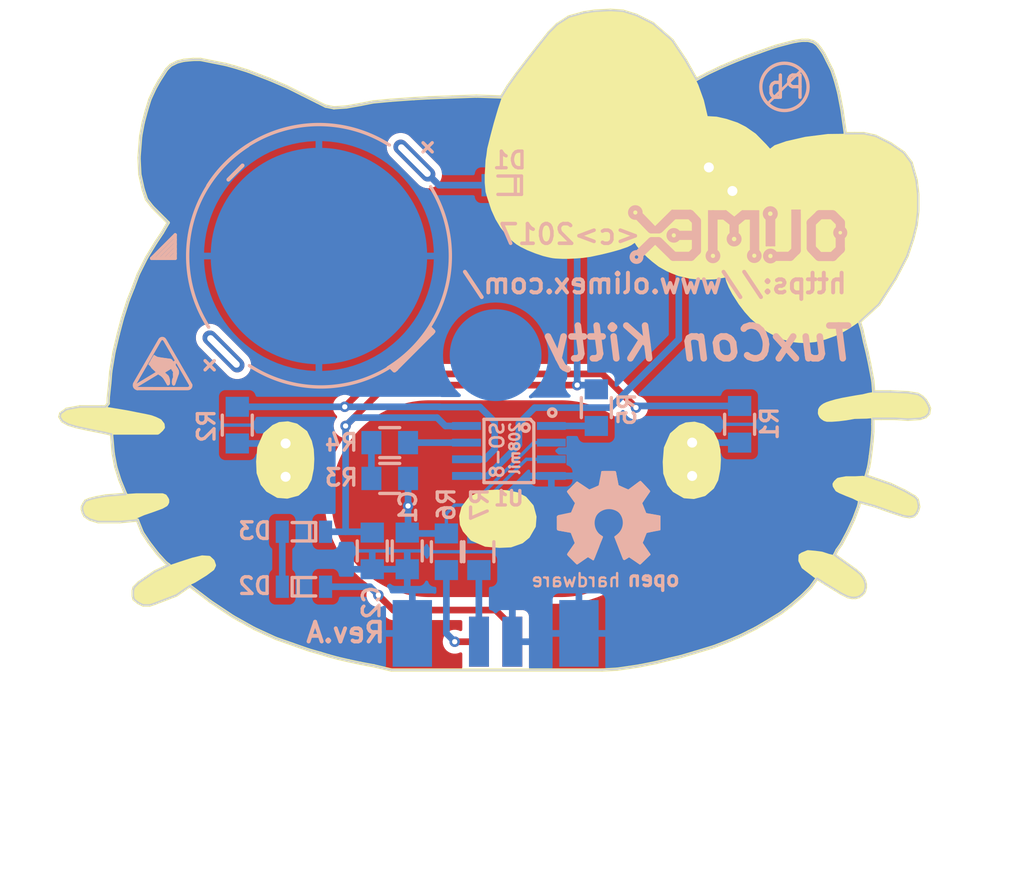
<source format=kicad_pcb>
(kicad_pcb (version 20221018) (generator pcbnew)
  (layers (0 "F.Cu" signal) (31 "B.Cu" signal) (34 "B.Paste" user) (35 "F.Paste" user) (36 "B.SilkS" user "B.Silkscreen") (37 "F.SilkS" user "F.Silkscreen") (38 "B.Mask" user) (39 "F.Mask" user) (44 "Edge.Cuts" user))
  (net 0 "")
  (net 1 "Net-(BAT1-Pad1)")
  (net 2 "GND")
  (net 3 "Net-(BUZ1-Pad1)")
  (net 4 "Net-(C1-Pad1)")
  (net 5 "Net-(C2-Pad1)")
  (net 6 "Net-(D2-Pad1)")
  (net 7 "Net-(D2-Pad2)")
  (net 8 "Net-(LED1-Pad2)")
  (net 9 "Net-(LED2-Pad2)")
  (net 10 "Net-(R1-Pad1)")
  (net 11 "Net-(R3-Pad1)")
  (net 12 "Net-(R4-Pad1)")
  (net 13 "Net-(R5-Pad1)")
  (net 14 "Net-(R6-Pad2)")
  (net 15 "Net-(R7-Pad1)")
  (net 16 "Net-(R7-Pad2)")
  (footprint "OLIMEX_Other-FP:MIC" (layer "F.Cu") (at 142.3035 48.514 -45)
    (fp_text reference "BUZ1" hide)
    (fp_text value "Buzzer_PB1240")
  )
  (footprint "OLIMEX_LEDs-FP:LED-3mm-PTH-KA" (layer "F.Cu") (at 141.478 68.5165 90)
    (fp_text reference "LED1" hide)
    (fp_text value "blue")
  )
  (footprint "OLIMEX_LEDs-FP:LED-3mm-PTH-KA" (layer "F.Cu") (at 110.49 68.58 90)
    (fp_text reference "LED2" hide)
    (fp_text value "blue")
  )
  (footprint "OLIMEX_Connectors-FP:USB-B-EDGE" (layer "F.Cu") (at 126.5 84.328)
    (fp_text reference "USB1" hide)
    (fp_text value "USB_B")
  )
  (footprint "OLIMEX_TestPoints-FP:TP_SMD_10.00x8.00mm" (layer "F.Cu") (at 126.14 71.52)
    (fp_text reference "TESTPAD1" hide)
    (fp_text value "TESTPAD" hide)
  )
  (footprint "OLIMEX_Connectors-FP:CR2032H_PTH" (layer "B.Cu") (at 113.03 53.0225 135)
    (fp_text reference "BAT1" hide)
    (fp_text value "Battery")
  )
  (footprint "OLIMEX_RLC-FP:C_1206_5MIL_DWS" (layer "B.Cu") (at 119.761 75.5015 -90)
    (fp_text reference "C1")
    (fp_text value "12pF")
  )
  (footprint "OLIMEX_RLC-FP:C_1206_5MIL_DWS" (layer "B.Cu") (at 117.094 75.5015 -90)
    (fp_text reference "C2")
    (fp_text value "C_Small")
  )
  (footprint "OLIMEX_Diodes-FP:SOD80C-4148-KA" (layer "B.Cu") (at 127.5715 47.625 180)
    (fp_text reference "D1")
    (fp_text value "1N4148" hide)
  )
  (footprint "OLIMEX_Diodes-FP:SOD80C-4148-KA" (layer "B.Cu") (at 111.887 78.232)
    (fp_text reference "D2")
    (fp_text value "1N4148" hide)
  )
  (footprint "OLIMEX_Diodes-FP:SOD80C-4148-KA" (layer "B.Cu") (at 111.887 74.041 180)
    (fp_text reference "D3")
    (fp_text value "1N4148" hide)
  )
  (footprint "OLIMEX_RLC-FP:R_1206_5MIL_DWS" (layer "B.Cu") (at 145.0975 65.8495 -90)
    (fp_text reference "R1")
    (fp_text value "1K")
  )
  (footprint "OLIMEX_RLC-FP:R_1206_5MIL_DWS" (layer "B.Cu") (at 106.807 65.913 -90)
    (fp_text reference "R2")
    (fp_text value "1K")
  )
  (footprint "OLIMEX_RLC-FP:R_1206_5MIL_DWS" (layer "B.Cu") (at 118.4275 69.977)
    (fp_text reference "R3")
    (fp_text value "1M")
  )
  (footprint "OLIMEX_RLC-FP:R_1206_5MIL_DWS" (layer "B.Cu") (at 118.4275 67.2465 180)
    (fp_text reference "R4")
    (fp_text value "1M")
  )
  (footprint "OLIMEX_RLC-FP:R_1206_5MIL_DWS" (layer "B.Cu") (at 134.1755 64.5795 90)
    (fp_text reference "R5")
    (fp_text value "10K")
  )
  (footprint "OLIMEX_RLC-FP:R_1206_5MIL_DWS" (layer "B.Cu") (at 122.7455 75.565 -90)
    (fp_text reference "R6")
    (fp_text value "22R")
  )
  (footprint "OLIMEX_RLC-FP:R_1206_5MIL_DWS" (layer "B.Cu") (at 125.222 75.565 -90)
    (fp_text reference "R7")
    (fp_text value "22R")
  )
  (footprint "OLIMEX_IC-FP:SO-8_208mil" (layer "B.Cu") (at 127.5115 67.8815 -90)
    (fp_text reference "U1")
    (fp_text value "ATTINY85-20PU")
  )
  (footprint "OLIMEX_TestPoints-FP:TP_SMD_10.00x8.00mm" (layer "B.Cu") (at 126.4285 60.579)
    (fp_text reference "TESTPAD1" hide)
    (fp_text value "TESTPAD" hide)
  )
  (footprint "OLIMEX_LOGOs-FP:OLIMEX_LOGO_TB" (layer "B.Cu") (at 144.78 51.3715 180)
    (fp_text reference "" hide)
    (fp_text value "" hide)
  )
  (footprint "OLIMEX_LOGOs-FP:LOGO_ANTISTATIC_SMALL_4.5mmX2.8mm" (layer "B.Cu") (at 101.092 61.214 180)
    (fp_text reference "Ref**")
    (fp_text value "Val**")
  )
  (footprint "OLIMEX_LOGOs-FP:LOGO_OPENHARDWARE_8x8" (layer "B.Cu") (at 135.128 73.4695 180)
    (fp_text reference "" hide)
    (fp_text value "" hide)
  )
  (footprint "OLIMEX_LOGOs-FP:LOGO_PBFREE" (layer "B.Cu") (at 148.717 39.8145)
    (fp_text reference "")
    (fp_text value "")
  )
  (gr_line (start 115.1255 41.656) (end 114.173 41.7195) (stroke (width 0.254)) (layer "F.SilkS"))
  (gr_line (start 155.8925 65.405) (end 156.972 65.405) (stroke (width 0.254)) (layer "F.SilkS"))
  (gr_line (start 100.5205 79.502) (end 102.1715 78.867) (stroke (width 0.254)) (layer "F.SilkS"))
  (gr_line (start 95.5675 71.5645) (end 95.25 71.6915) (stroke (width 0.254)) (layer "F.SilkS"))
  (gr_line (start 159.258 64.008) (end 159.4485 64.3255) (stroke (width 0.254)) (layer "F.SilkS"))
  (gr_line (start 103.1875 78.1685) (end 104.775 79.375) (stroke (width 0.254)) (layer "F.SilkS"))
  (gr_line (start 157.861 53.0225) (end 158.3055 51.689) (stroke (width 0.254)) (layer "F.SilkS"))
  (gr_line (start 112.903 41.275) (end 111.76 40.7035) (stroke (width 0.254)) (layer "F.SilkS"))
  (gr_line (start 159.004 63.754) (end 159.258 64.008) (stroke (width 0.254)) (layer "F.SilkS"))
  (gr_line (start 129.794 36.957) (end 128.905 38.1) (stroke (width 0.254)) (layer "F.SilkS"))
  (gr_line (start 134.62 84.582) (end 135.763 84.5185) (stroke (width 0.254)) (layer "F.SilkS"))
  (gr_line (start 128.0795 39.1795) (end 127.4445 40.0685) (stroke (width 0.254)) (layer "F.SilkS"))
  (gr_line (start 155.2575 65.8495) (end 155.2575 65.405) (stroke (width 0.254)) (layer "F.SilkS"))
  (gr_line (start 153.3525 78.994) (end 153.67 79.0575) (stroke (width 0.254)) (layer "F.SilkS"))
  (gr_line (start 153.3525 74.041) (end 153.797 73.0885) (stroke (width 0.254)) (layer "F.SilkS"))
  (gr_line (start 158.877 65.405) (end 159.258 65.278) (stroke (width 0.254)) (layer "F.SilkS"))
  (gr_line (start 154.559 43.688) (end 153.8605 43.688) (stroke (width 0.254)) (layer "F.SilkS"))
  (gr_line (start 159.5755 64.643) (end 159.512 65.024) (stroke (width 0.254)) (layer "F.SilkS"))
  (gr_line (start 98.298 71.1835) (end 96.774 71.3105) (stroke (width 0.254)) (layer "F.SilkS"))
  (gr_line (start 113.792 83.5025) (end 114.4905 83.693) (stroke (width 0.254)) (layer "F.SilkS"))
  (gr_line (start 152.146 38.862) (end 151.765 38.1) (stroke (width 0.254)) (layer "F.SilkS"))
  (gr_line (start 101.092 51.2445) (end 100.584 52.0065) (stroke (width 0.254)) (layer "F.SilkS"))
  (gr_line (start 155.0035 68.707) (end 155.067 68.2625) (stroke (width 0.254)) (layer "F.SilkS"))
  (gr_line (start 155.3845 72.0725) (end 156.6545 72.517) (stroke (width 0.254)) (layer "F.SilkS"))
  (gr_line (start 158.1785 45.9105) (end 157.607 45.1485) (stroke (width 0.254)) (layer "F.SilkS"))
  (gr_line (start 121.412 40.9575) (end 120.269 41.021) (stroke (width 0.254)) (layer "F.SilkS"))
  (gr_line (start 105.918 38.4175) (end 104.9655 38.227) (stroke (width 0.254)) (layer "F.SilkS"))
  (gr_line (start 101.6 76.581) (end 100.5205 77.089) (stroke (width 0.254)) (layer "F.SilkS"))
  (gr_line (start 96.7105 66.4845) (end 97.2185 66.6115) (stroke (width 0.254)) (layer "F.SilkS"))
  (gr_line (start 93.472 65.5955) (end 93.9165 65.8495) (stroke (width 0.254)) (layer "F.SilkS"))
  (gr_line (start 97.2185 66.6115) (end 97.3455 68.072) (stroke (width 0.254)) (layer "F.SilkS"))
  (gr_line (start 151.765 38.1) (end 151.511 37.592) (stroke (width 0.254)) (layer "F.SilkS"))
  (gr_line (start 154.2415 71.755) (end 155.3845 72.0725) (stroke (width 0.254)) (layer "F.SilkS"))
  (gr_line (start 134.0485 34.3535) (end 133.223 34.4805) (stroke (width 0.254)) (layer "F.SilkS"))
  (gr_line (start 101.4095 38.7985) (end 100.838 39.6875) (stroke (width 0.254)) (layer "F.SilkS"))
  (gr_line (start 116.205 84.074) (end 117.221 84.2645) (stroke (width 0.254)) (layer "F.SilkS"))
  (gr_line (start 101.727 38.481) (end 101.4095 38.7985) (stroke (width 0.254)) (layer "F.SilkS"))
  (gr_line (start 154.6225 77.7875) (end 154.4955 77.5335) (stroke (width 0.254)) (layer "F.SilkS"))
  (gr_line (start 153.924 79.0575) (end 154.178 78.994) (stroke (width 0.254)) (layer "F.SilkS"))
  (gr_line (start 97.8535 73.279) (end 99.187 73.152) (stroke (width 0.254)) (layer "F.SilkS"))
  (gr_line (start 101.5365 50.4825) (end 101.092 51.2445) (stroke (width 0.254)) (layer "F.SilkS"))
  (gr_line (start 97.3455 68.072) (end 97.536 69.088) (stroke (width 0.254)) (layer "F.SilkS"))
  (gr_line (start 149.86 78.9305) (end 150.495 78.2955) (stroke (width 0.254)) (layer "F.SilkS"))
  (gr_line (start 114.4905 83.693) (end 115.316 83.8835) (stroke (width 0.254)) (layer "F.SilkS"))
  (gr_line (start 145.161 81.9785) (end 145.796 81.661) (stroke (width 0.254)) (layer "F.SilkS"))
  (gr_line (start 136.652 84.3915) (end 137.4775 84.2645) (stroke (width 0.254)) (layer "F.SilkS"))
  (gr_line (start 98.933 79.1845) (end 98.8695 78.9305) (stroke (width 0.254)) (layer "F.SilkS"))
  (gr_line (start 94.8055 64.516) (end 93.7895 64.7065) (stroke (width 0.254)) (layer "F.SilkS"))
  (gr_line (start 117.1575 41.275) (end 116.205 41.4655) (stroke (width 0.254)) (layer "F.SilkS"))
  (gr_line (start 106.6165 38.608) (end 105.918 38.4175) (stroke (width 0.254)) (layer "F.SilkS"))
  (gr_line (start 152.527 75.438) (end 152.8445 74.9935) (stroke (width 0.254)) (layer "F.SilkS"))
  (gr_line (start 152.654 40.5765) (end 152.4 39.624) (stroke (width 0.254)) (layer "F.SilkS"))
  (gr_line (start 153.67 79.0575) (end 153.924 79.0575) (stroke (width 0.254)) (layer "F.SilkS"))
  (gr_line (start 99.8855 41.91) (end 99.6315 42.8625) (stroke (width 0.254)) (layer "F.SilkS"))
  (gr_line (start 158.6865 72.39) (end 158.5595 72.644) (stroke (width 0.254)) (layer "F.SilkS"))
  (gr_line (start 112.268 83.058) (end 113.157 83.312) (stroke (width 0.254)) (layer "F.SilkS"))
  (gr_line (start 150.114 36.576) (end 149.86 36.576) (stroke (width 0.254)) (layer "F.SilkS"))
  (gr_line (start 150.3045 36.576) (end 150.114 36.576) (stroke (width 0.254)) (layer "F.SilkS"))
  (gr_line (start 156.591 70.4215) (end 154.7495 69.7865) (stroke (width 0.254)) (layer "F.SilkS"))
  (gr_line (start 144.5895 38.227) (end 143.7005 38.608) (stroke (width 0.254)) (layer "F.SilkS"))
  (gr_line (start 154.2415 58.039) (end 155.702 56.7055) (stroke (width 0.254)) (layer "F.SilkS"))
  (gr_line (start 96.2025 73.279) (end 97.8535 73.279) (stroke (width 0.254)) (layer "F.SilkS"))
  (gr_line (start 143.7005 38.608) (end 142.621 39.116) (stroke (width 0.254)) (layer "F.SilkS"))
  (gr_line (start 95.0595 72.5805) (end 95.1865 72.8345) (stroke (width 0.254)) (layer "F.SilkS"))
  (gr_line (start 154.686 78.2955) (end 154.686 78.0415) (stroke (width 0.254)) (layer "F.SilkS"))
  (gr_line (start 152.3365 75.819) (end 152.527 75.438) (stroke (width 0.254)) (layer "F.SilkS"))
  (gr_line (start 113.157 83.312) (end 113.792 83.5025) (stroke (width 0.254)) (layer "F.SilkS"))
  (gr_line (start 154.432 58.674) (end 154.2415 58.039) (stroke (width 0.254)) (layer "F.SilkS"))
  (gr_line (start 118.5545 84.582) (end 134.62 84.582) (stroke (width 0.254)) (layer "F.SilkS"))
  (gr_line (start 127.4445 40.0685) (end 126.9365 40.894) (stroke (width 0.254)) (layer "F.SilkS"))
  (gr_line (start 158.623 71.5645) (end 158.6865 71.755) (stroke (width 0.254)) (layer "F.SilkS"))
  (gr_line (start 140.97 38.1) (end 139.954 36.576) (stroke (width 0.254)) (layer "F.SilkS"))
  (gr_line (start 138.4935 35.306) (end 137.2235 34.671) (stroke (width 0.254)) (layer "F.SilkS"))
  (gr_line (start 111.76 40.7035) (end 110.617 40.132) (stroke (width 0.254)) (layer "F.SilkS"))
  (gr_line (start 144.272 82.3595) (end 145.161 81.9785) (stroke (width 0.254)) (layer "F.SilkS"))
  (gr_line (start 103.4415 38.0365) (end 102.743 38.1) (stroke (width 0.254)) (layer "F.SilkS"))
  (gr_line (start 100.1395 41.0845) (end 99.8855 41.91) (stroke (width 0.254)) (layer "F.SilkS"))
  (gr_line (start 110.998 82.6135) (end 112.268 83.058) (stroke (width 0.254)) (layer "F.SilkS"))
  (gr_line (start 99.2505 79.4385) (end 99.6315 79.629) (stroke (width 0.254)) (layer "F.SilkS"))
  (gr_line (start 154.6225 78.5495) (end 154.686 78.2955) (stroke (width 0.254)) (layer "F.SilkS"))
  (gr_line (start 147.066 80.9625) (end 148.209 80.264) (stroke (width 0.254)) (layer "F.SilkS"))
  (gr_line (start 151.003 36.8935) (end 150.749 36.703) (stroke (width 0.254)) (layer "F.SilkS"))
  (gr_line (start 104.9655 38.227) (end 104.013 38.0365) (stroke (width 0.254)) (layer "F.SilkS"))
  (gr_line (start 151.511 37.592) (end 151.257 37.211) (stroke (width 0.254)) (layer "F.SilkS"))
  (gr_line (start 158.6865 48.3235) (end 158.5595 47.244) (stroke (width 0.254)) (layer "F.SilkS"))
  (gr_line (start 155.2575 62.5475) (end 155.0035 61.214) (stroke (width 0.254)) (layer "F.SilkS"))
  (gr_line (start 99.314 77.9145) (end 98.933 78.2955) (stroke (width 0.254)) (layer "F.SilkS"))
  (gr_line (start 100.838 39.6875) (end 100.5205 40.259) (stroke (width 0.254)) (layer "F.SilkS"))
  (gr_line (start 147.32 37.211) (end 146.6215 37.465) (stroke (width 0.254)) (layer "F.SilkS"))
  (gr_line (start 154.559 78.6765) (end 154.6225 78.5495) (stroke (width 0.254)) (layer "F.SilkS"))
  (gr_line (start 153.797 73.0885) (end 154.178 72.0725) (stroke (width 0.254)) (layer "F.SilkS"))
  (gr_line (start 133.223 34.4805) (end 132.08 34.798) (stroke (width 0.254)) (layer "F.SilkS"))
  (gr_line (start 158.6865 63.5635) (end 157.9245 63.4365) (stroke (width 0.254)) (layer "F.SilkS"))
  (gr_line (start 154.3685 78.867) (end 154.559 78.6765) (stroke (width 0.254)) (layer "F.SilkS"))
  (gr_line (start 102.8065 78.4225) (end 103.1875 78.1685) (stroke (width 0.254)) (layer "F.SilkS"))
  (gr_line (start 100.5205 77.089) (end 99.314 77.9145) (stroke (width 0.254)) (layer "F.SilkS"))
  (gr_line (start 154.813 60.325) (end 154.6225 59.563) (stroke (width 0.254)) (layer "F.SilkS"))
  (gr_line (start 98.4885 56.388) (end 98.044 57.785) (stroke (width 0.254)) (layer "F.SilkS"))
  (gr_line (start 154.6225 59.563) (end 154.432 58.674) (stroke (width 0.254)) (layer "F.SilkS"))
  (gr_line (start 139.7635 83.7565) (end 140.589 83.566) (stroke (width 0.254)) (layer "F.SilkS"))
  (gr_line (start 107.6325 38.9255) (end 106.6165 38.608) (stroke (width 0.254)) (layer "F.SilkS"))
  (gr_line (start 99.8855 53.1495) (end 99.2505 54.4195) (stroke (width 0.254)) (layer "F.SilkS"))
  (gr_line (start 93.2815 65.278) (end 93.472 65.5955) (stroke (width 0.254)) (layer "F.SilkS"))
  (gr_line (start 106.4895 80.518) (end 108.077 81.407) (stroke (width 0.254)) (layer "F.SilkS"))
  (gr_line (start 154.305 77.2795) (end 153.924 76.962) (stroke (width 0.254)) (layer "F.SilkS"))
  (gr_line (start 114.173 41.7195) (end 113.538 41.5925) (stroke (width 0.254)) (layer "F.SilkS"))
  (gr_line (start 94.996 72.3265) (end 95.0595 72.5805) (stroke (width 0.254)) (layer "F.SilkS"))
  (gr_line (start 158.5595 50.673) (end 158.3055 51.689) (stroke (width 0.254)) (layer "F.SilkS"))
  (gr_line (start 156.591 63.373) (end 155.321 63.373) (stroke (width 0.254)) (layer "F.SilkS"))
  (gr_line (start 93.345 65.024) (end 93.2815 65.278) (stroke (width 0.254)) (layer "F.SilkS"))
  (gr_line (start 96.9645 64.262) (end 96.774 64.516) (stroke (width 0.254)) (layer "F.SilkS"))
  (gr_line (start 140.589 83.566) (end 141.6685 83.2485) (stroke (width 0.254)) (layer "F.SilkS"))
  (gr_line (start 154.7495 69.7865) (end 154.94 69.088) (stroke (width 0.254)) (layer "F.SilkS"))
  (gr_line (start 101.346 76.3905) (end 101.6 76.581) (stroke (width 0.254)) (layer "F.SilkS"))
  (gr_line (start 95.4405 66.2305) (end 96.7105 66.4845) (stroke (width 0.254)) (layer "F.SilkS"))
  (gr_line (start 104.013 38.0365) (end 103.4415 38.0365) (stroke (width 0.254)) (layer "F.SilkS"))
  (gr_line (start 155.0035 61.214) (end 154.813 60.325) (stroke (width 0.254)) (layer "F.SilkS"))
  (gr_line (start 155.1305 67.7545) (end 155.194 67.183) (stroke (width 0.254)) (layer "F.SilkS"))
  (gr_line (start 155.2575 65.405) (end 155.8925 65.405) (stroke (width 0.254)) (layer "F.SilkS"))
  (gr_line (start 97.8535 70.104) (end 98.298 71.1835) (stroke (width 0.254)) (layer "F.SilkS"))
  (gr_line (start 97.536 69.088) (end 97.8535 70.104) (stroke (width 0.254)) (layer "F.SilkS"))
  (gr_line (start 130.556 36.0045) (end 129.794 36.957) (stroke (width 0.254)) (layer "F.SilkS"))
  (gr_line (start 99.441 43.8785) (end 99.314 45.5295) (stroke (width 0.254)) (layer "F.SilkS"))
  (gr_line (start 145.542 37.846) (end 144.5895 38.227) (stroke (width 0.254)) (layer "F.SilkS"))
  (gr_line (start 157.6705 70.9295) (end 156.591 70.4215) (stroke (width 0.254)) (layer "F.SilkS"))
  (gr_line (start 159.512 65.024) (end 159.258 65.278) (stroke (width 0.254)) (layer "F.SilkS"))
  (gr_line (start 126.9365 40.894) (end 125.0315 40.8305) (stroke (width 0.254)) (layer "F.SilkS"))
  (gr_line (start 154.94 69.088) (end 155.0035 68.707) (stroke (width 0.254)) (layer "F.SilkS"))
  (gr_line (start 99.187 73.152) (end 99.568 74.1045) (stroke (width 0.254)) (layer "F.SilkS"))
  (gr_line (start 94.996 72.136) (end 94.996 72.3265) (stroke (width 0.254)) (layer "F.SilkS"))
  (gr_line (start 95.25 71.6915) (end 95.123 71.882) (stroke (width 0.254)) (layer "F.SilkS"))
  (gr_line (start 108.077 81.407) (end 109.728 82.169) (stroke (width 0.254)) (layer "F.SilkS"))
  (gr_line (start 96.0755 71.4375) (end 95.5675 71.5645) (stroke (width 0.254)) (layer "F.SilkS"))
  (gr_line (start 113.538 41.5925) (end 112.903 41.275) (stroke (width 0.254)) (layer "F.SilkS"))
  (gr_line (start 139.954 36.576) (end 138.4935 35.306) (stroke (width 0.254)) (layer "F.SilkS"))
  (gr_line (start 150.5585 36.6395) (end 150.3045 36.576) (stroke (width 0.254)) (layer "F.SilkS"))
  (gr_line (start 158.75 72.136) (end 158.6865 72.39) (stroke (width 0.254)) (layer "F.SilkS"))
  (gr_line (start 158.6865 63.5635) (end 159.004 63.754) (stroke (width 0.254)) (layer "F.SilkS"))
  (gr_line (start 116.205 41.4655) (end 115.1255 41.656) (stroke (width 0.254)) (layer "F.SilkS"))
  (gr_line (start 158.369 72.8345) (end 158.0515 72.898) (stroke (width 0.254)) (layer "F.SilkS"))
  (gr_line (start 158.5595 72.644) (end 158.369 72.8345) (stroke (width 0.254)) (layer "F.SilkS"))
  (gr_line (start 100.584 52.0065) (end 99.8855 53.1495) (stroke (width 0.254)) (layer "F.SilkS"))
  (gr_line (start 131.191 35.3695) (end 130.556 36.0045) (stroke (width 0.254)) (layer "F.SilkS"))
  (gr_line (start 123.19 40.894) (end 121.412 40.9575) (stroke (width 0.254)) (layer "F.SilkS"))
  (gr_line (start 96.774 64.516) (end 96.4565 64.516) (stroke (width 0.254)) (layer "F.SilkS"))
  (gr_line (start 99.314 45.5295) (end 99.3775 46.7995) (stroke (width 0.254)) (layer "F.SilkS"))
  (gr_line (start 142.621 39.116) (end 141.7955 39.5605) (stroke (width 0.254)) (layer "F.SilkS"))
  (gr_line (start 120.269 41.021) (end 118.491 41.148) (stroke (width 0.254)) (layer "F.SilkS"))
  (gr_line (start 109.2835 39.5605) (end 107.6325 38.9255) (stroke (width 0.254)) (layer "F.SilkS"))
  (gr_line (start 136.2075 34.3535) (end 135.255 34.29) (stroke (width 0.254)) (layer "F.SilkS"))
  (gr_line (start 137.4775 84.2645) (end 138.7475 84.0105) (stroke (width 0.254)) (layer "F.SilkS"))
  (gr_line (start 143.129 82.804) (end 144.272 82.3595) (stroke (width 0.254)) (layer "F.SilkS"))
  (gr_line (start 94.5515 66.04) (end 95.4405 66.2305) (stroke (width 0.254)) (layer "F.SilkS"))
  (gr_line (start 155.067 68.2625) (end 155.1305 67.7545) (stroke (width 0.254)) (layer "F.SilkS"))
  (gr_line (start 158.623 71.5645) (end 158.4325 71.374) (stroke (width 0.254)) (layer "F.SilkS"))
  (gr_line (start 141.6685 83.2485) (end 143.129 82.804) (stroke (width 0.254)) (layer "F.SilkS"))
  (gr_line (start 102.1715 78.867) (end 102.8065 78.4225) (stroke (width 0.254)) (layer "F.SilkS"))
  (gr_line (start 99.6315 42.8625) (end 99.441 43.8785) (stroke (width 0.254)) (layer "F.SilkS"))
  (gr_line (start 96.9645 63.881) (end 96.9645 64.262) (stroke (width 0.254)) (layer "F.SilkS"))
  (gr_line (start 158.6865 49.5935) (end 158.5595 50.673) (stroke (width 0.254)) (layer "F.SilkS"))
  (gr_line (start 96.4565 64.516) (end 94.8055 64.516) (stroke (width 0.254)) (layer "F.SilkS"))
  (gr_line (start 146.304 81.407) (end 147.066 80.9625) (stroke (width 0.254)) (layer "F.SilkS"))
  (gr_line (start 155.2575 66.421) (end 155.2575 65.8495) (stroke (width 0.254)) (layer "F.SilkS"))
  (gr_line (start 118.491 41.148) (end 117.1575 41.275) (stroke (width 0.254)) (layer "F.SilkS"))
  (gr_line (start 132.08 34.798) (end 131.191 35.3695) (stroke (width 0.254)) (layer "F.SilkS"))
  (gr_line (start 110.617 40.132) (end 109.2835 39.5605) (stroke (width 0.254)) (layer "F.SilkS"))
  (gr_line (start 149.86 36.576) (end 149.4155 36.6395) (stroke (width 0.254)) (layer "F.SilkS"))
  (gr_line (start 97.155 61.849) (end 97.0915 62.6745) (stroke (width 0.254)) (layer "F.SilkS"))
  (gr_line (start 151.003 77.597) (end 151.7015 78.0415) (stroke (width 0.254)) (layer "F.SilkS"))
  (gr_line (start 152.8445 78.74) (end 153.3525 78.994) (stroke (width 0.254)) (layer "F.SilkS"))
  (gr_line (start 151.257 37.211) (end 151.003 36.8935) (stroke (width 0.254)) (layer "F.SilkS"))
  (gr_line (start 152.3365 78.4225) (end 152.8445 78.74) (stroke (width 0.254)) (layer "F.SilkS"))
  (gr_line (start 157.607 72.8345) (end 158.0515 72.898) (stroke (width 0.254)) (layer "F.SilkS"))
  (gr_line (start 147.8915 37.0205) (end 147.32 37.211) (stroke (width 0.254)) (layer "F.SilkS"))
  (gr_line (start 97.7265 58.9915) (end 97.409 60.325) (stroke (width 0.254)) (layer "F.SilkS"))
  (gr_line (start 158.6865 71.755) (end 158.75 72.136) (stroke (width 0.254)) (layer "F.SilkS"))
  (gr_line (start 153.924 76.962) (end 152.3365 75.819) (stroke (width 0.254)) (layer "F.SilkS"))
  (gr_line (start 128.905 38.1) (end 128.0795 39.1795) (stroke (width 0.254)) (layer "F.SilkS"))
  (gr_line (start 98.044 57.785) (end 97.7265 58.9915) (stroke (width 0.254)) (layer "F.SilkS"))
  (gr_line (start 135.763 84.5185) (end 136.652 84.3915) (stroke (width 0.254)) (layer "F.SilkS"))
  (gr_line (start 99.3775 46.7995) (end 99.6315 47.9425) (stroke (width 0.254)) (layer "F.SilkS"))
  (gr_line (start 155.448 43.8785) (end 154.559 43.688) (stroke (width 0.254)) (layer "F.SilkS"))
  (gr_line (start 146.6215 37.465) (end 145.542 37.846) (stroke (width 0.254)) (layer "F.SilkS"))
  (gr_line (start 117.221 84.2645) (end 118.5545 84.582) (stroke (width 0.254)) (layer "F.SilkS"))
  (gr_line (start 154.178 78.994) (end 154.3685 78.867) (stroke (width 0.254)) (layer "F.SilkS"))
  (gr_line (start 95.123 71.882) (end 94.996 72.136) (stroke (width 0.254)) (layer "F.SilkS"))
  (gr_line (start 159.4485 64.3255) (end 159.5755 64.643) (stroke (width 0.254)) (layer "F.SilkS"))
  (gr_line (start 97.0915 62.6745) (end 96.9645 63.881) (stroke (width 0.254)) (layer "F.SilkS"))
  (gr_line (start 158.5595 47.244) (end 158.1785 45.9105) (stroke (width 0.254)) (layer "F.SilkS"))
  (gr_line (start 135.255 34.29) (end 134.0485 34.3535) (stroke (width 0.254)) (layer "F.SilkS"))
  (gr_line (start 150.495 78.2955) (end 151.003 77.597) (stroke (width 0.254)) (layer "F.SilkS"))
  (gr_line (start 156.972 65.405) (end 157.9245 65.4685) (stroke (width 0.254)) (layer "F.SilkS"))
  (gr_line (start 148.209 80.264) (end 148.971 79.6925) (stroke (width 0.254)) (layer "F.SilkS"))
  (gr_line (start 137.2235 34.671) (end 136.2075 34.3535) (stroke (width 0.254)) (layer "F.SilkS"))
  (gr_line (start 100.5205 40.259) (end 100.1395 41.0845) (stroke (width 0.254)) (layer "F.SilkS"))
  (gr_line (start 158.4325 71.374) (end 157.6705 70.9295) (stroke (width 0.254)) (layer "F.SilkS"))
  (gr_line (start 145.796 81.661) (end 146.304 81.407) (stroke (width 0.254)) (layer "F.SilkS"))
  (gr_line (start 157.9245 65.4685) (end 158.877 65.405) (stroke (width 0.254)) (layer "F.SilkS"))
  (gr_line (start 93.9165 65.8495) (end 94.5515 66.04) (stroke (width 0.254)) (layer "F.SilkS"))
  (gr_line (start 151.7015 78.0415) (end 152.3365 78.4225) (stroke (width 0.254)) (layer "F.SilkS"))
  (gr_line (start 102.235 38.227) (end 101.727 38.481) (stroke (width 0.254)) (layer "F.SilkS"))
  (gr_line (start 154.4955 77.5335) (end 154.305 77.2795) (stroke (width 0.254)) (layer "F.SilkS"))
  (gr_line (start 101.2825 50.2285) (end 101.5365 50.4825) (stroke (width 0.254)) (layer "F.SilkS"))
  (gr_line (start 155.702 56.7055) (end 156.972 54.737) (stroke (width 0.254)) (layer "F.SilkS"))
  (gr_line (start 125.0315 40.8305) (end 123.19 40.894) (stroke (width 0.254)) (layer "F.SilkS"))
  (gr_line (start 157.607 45.1485) (end 156.591 44.45) (stroke (width 0.254)) (layer "F.SilkS"))
  (gr_line (start 95.377 72.9615) (end 95.5675 73.0885) (stroke (width 0.254)) (layer "F.SilkS"))
  (gr_line (start 99.8855 48.7045) (end 100.33 49.276) (stroke (width 0.254)) (layer "F.SilkS"))
  (gr_line (start 99.6315 47.9425) (end 99.8855 48.7045) (stroke (width 0.254)) (layer "F.SilkS"))
  (gr_line (start 115.316 83.8835) (end 116.205 84.074) (stroke (width 0.254)) (layer "F.SilkS"))
  (gr_line (start 153.162 43.688) (end 152.908 41.91) (stroke (width 0.254)) (layer "F.SilkS"))
  (gr_line (start 99.2505 79.4385) (end 98.933 79.1845) (stroke (width 0.254)) (layer "F.SilkS"))
  (gr_line (start 155.321 63.373) (end 155.2575 62.5475) (stroke (width 0.254)) (layer "F.SilkS"))
  (gr_line (start 157.9245 63.4365) (end 156.591 63.373) (stroke (width 0.254)) (layer "F.SilkS"))
  (gr_line (start 149.098 36.703) (end 147.8915 37.0205) (stroke (width 0.254)) (layer "F.SilkS"))
  (gr_line (start 141.7955 39.5605) (end 140.97 38.1) (stroke (width 0.254)) (layer "F.SilkS"))
  (gr_line (start 95.1865 72.8345) (end 95.377 72.9615) (stroke (width 0.254)) (layer "F.SilkS"))
  (gr_line (start 155.194 67.183) (end 155.2575 66.421) (stroke (width 0.254)) (layer "F.SilkS"))
  (gr_line (start 152.908 41.91) (end 152.654 40.5765) (stroke (width 0.254)) (layer "F.SilkS"))
  (gr_line (start 158.6865 48.3235) (end 158.6865 49.5935) (stroke (width 0.254)) (layer "F.SilkS"))
  (gr_line (start 96.774 71.3105) (end 96.0755 71.4375) (stroke (width 0.254)) (layer "F.SilkS"))
  (gr_line (start 109.728 82.169) (end 110.998 82.6135) (stroke (width 0.254)) (layer "F.SilkS"))
  (gr_line (start 156.972 54.737) (end 157.861 53.0225) (stroke (width 0.254)) (layer "F.SilkS"))
  (gr_line (start 104.775 79.375) (end 106.4895 80.518) (stroke (width 0.254)) (layer "F.SilkS"))
  (gr_line (start 98.8695 78.9305) (end 98.8695 78.5495) (stroke (width 0.254)) (layer "F.SilkS"))
  (gr_line (start 152.4 39.624) (end 152.146 38.862) (stroke (width 0.254)) (layer "F.SilkS"))
  (gr_line (start 98.8695 55.4355) (end 98.4885 56.388) (stroke (width 0.254)) (layer "F.SilkS"))
  (gr_line (start 148.971 79.6925) (end 149.86 78.9305) (stroke (width 0.254)) (layer "F.SilkS"))
  (gr_line (start 154.686 78.0415) (end 154.6225 77.7875) (stroke (width 0.254)) (layer "F.SilkS"))
  (gr_line (start 150.749 36.703) (end 150.5585 36.6395) (stroke (width 0.254)) (layer "F.SilkS"))
  (gr_line (start 156.6545 72.517) (end 157.607 72.8345) (stroke (width 0.254)) (layer "F.SilkS"))
  (gr_line (start 99.2505 54.4195) (end 98.8695 55.4355) (stroke (width 0.254)) (layer "F.SilkS"))
  (gr_line (start 100.076 74.8665) (end 100.711 75.692) (stroke (width 0.254)) (layer "F.SilkS"))
  (gr_line (start 138.7475 84.0105) (end 139.7635 83.7565) (stroke (width 0.254)) (layer "F.SilkS"))
  (gr_line (start 99.568 74.1045) (end 100.076 74.8665) (stroke (width 0.254)) (layer "F.SilkS"))
  (gr_line (start 97.409 60.325) (end 97.155 61.849) (stroke (width 0.254)) (layer "F.SilkS"))
  (gr_line (start 149.4155 36.6395) (end 149.098 36.703) (stroke (width 0.254)) (layer "F.SilkS"))
  (gr_line (start 93.7895 64.7065) (end 93.345 65.024) (stroke (width 0.254)) (layer "F.SilkS"))
  (gr_line (start 154.178 72.0725) (end 154.2415 71.755) (stroke (width 0.254)) (layer "F.SilkS"))
  (gr_line (start 100.33 49.276) (end 101.2825 50.2285) (stroke (width 0.254)) (layer "F.SilkS"))
  (gr_line (start 100.1395 79.629) (end 100.5205 79.502) (stroke (width 0.254)) (layer "F.SilkS"))
  (gr_line (start 98.933 78.2955) (end 98.8695 78.5495) (stroke (width 0.254)) (layer "F.SilkS"))
  (gr_line (start 153.8605 43.688) (end 153.162 43.688) (stroke (width 0.254)) (layer "F.SilkS"))
  (gr_line (start 102.743 38.1) (end 102.235 38.227) (stroke (width 0.254)) (layer "F.SilkS"))
  (gr_line (start 152.8445 74.9935) (end 153.3525 74.041) (stroke (width 0.254)) (layer "F.SilkS"))
  (gr_line (start 156.591 44.45) (end 155.448 43.8785) (stroke (width 0.254)) (layer "F.SilkS"))
  (gr_line (start 100.711 75.692) (end 101.346 76.3905) (stroke (width 0.254)) (layer "F.SilkS"))
  (gr_line (start 100.1395 79.629) (end 99.6315 79.629) (stroke (width 0.254)) (layer "F.SilkS"))
  (gr_line (start 95.5675 73.0885) (end 96.2025 73.279) (stroke (width 0.254)) (layer "F.SilkS"))
  (gr_line (start 123.19 40.894) (end 121.412 40.9575) (stroke (width 0.15)) (layer "Edge.Cuts"))
  (gr_line (start 132.08 34.798) (end 131.191 35.3695) (stroke (width 0.15)) (layer "Edge.Cuts"))
  (gr_line (start 152.8445 78.74) (end 153.3525 78.994) (stroke (width 0.15)) (layer "Edge.Cuts"))
  (gr_line (start 95.4405 66.2305) (end 96.7105 66.4845) (stroke (width 0.15)) (layer "Edge.Cuts"))
  (gr_line (start 157.6705 70.9295) (end 156.591 70.4215) (stroke (width 0.15)) (layer "Edge.Cuts"))
  (gr_line (start 125.0315 40.8305) (end 123.19 40.894) (stroke (width 0.15)) (layer "Edge.Cuts"))
  (gr_line (start 111.76 40.7035) (end 110.617 40.132) (stroke (width 0.15)) (layer "Edge.Cuts"))
  (gr_line (start 154.178 72.0725) (end 154.2415 71.755) (stroke (width 0.15)) (layer "Edge.Cuts"))
  (gr_line (start 94.996 72.3265) (end 95.0595 72.5805) (stroke (width 0.15)) (layer "Edge.Cuts"))
  (gr_line (start 110.617 40.132) (end 109.2835 39.5605) (stroke (width 0.15)) (layer "Edge.Cuts"))
  (gr_line (start 159.004 63.754) (end 159.258 64.008) (stroke (width 0.15)) (layer "Edge.Cuts"))
  (gr_line (start 156.972 65.405) (end 157.9245 65.4685) (stroke (width 0.15)) (layer "Edge.Cuts"))
  (gr_line (start 153.8605 43.688) (end 153.162 43.688) (stroke (width 0.15)) (layer "Edge.Cuts"))
  (gr_line (start 95.5675 71.5645) (end 95.25 71.6915) (stroke (width 0.15)) (layer "Edge.Cuts"))
  (gr_line (start 140.97 38.1) (end 139.954 36.576) (stroke (width 0.15)) (layer "Edge.Cuts"))
  (gr_line (start 114.4905 83.693) (end 115.316 83.8835) (stroke (width 0.15)) (layer "Edge.Cuts"))
  (gr_line (start 100.1395 79.629) (end 100.5205 79.502) (stroke (width 0.15)) (layer "Edge.Cuts"))
  (gr_line (start 145.161 81.9785) (end 145.796 81.661) (stroke (width 0.15)) (layer "Edge.Cuts"))
  (gr_line (start 155.2575 65.8495) (end 155.2575 65.405) (stroke (width 0.15)) (layer "Edge.Cuts"))
  (gr_line (start 116.205 84.074) (end 117.221 84.2645) (stroke (width 0.15)) (layer "Edge.Cuts"))
  (gr_line (start 158.6865 72.39) (end 158.5595 72.644) (stroke (width 0.15)) (layer "Edge.Cuts"))
  (gr_line (start 157.861 53.0225) (end 158.3055 51.689) (stroke (width 0.15)) (layer "Edge.Cuts"))
  (gr_line (start 141.6685 83.2485) (end 143.129 82.804) (stroke (width 0.15)) (layer "Edge.Cuts"))
  (gr_line (start 127.4445 40.0685) (end 126.9365 40.894) (stroke (width 0.15)) (layer "Edge.Cuts"))
  (gr_line (start 154.305 77.2795) (end 153.924 76.962) (stroke (width 0.15)) (layer "Edge.Cuts"))
  (gr_line (start 93.7895 64.7065) (end 93.345 65.024) (stroke (width 0.15)) (layer "Edge.Cuts"))
  (gr_line (start 136.2075 34.3535) (end 135.255 34.29) (stroke (width 0.15)) (layer "Edge.Cuts"))
  (gr_line (start 157.9245 65.4685) (end 158.877 65.405) (stroke (width 0.15)) (layer "Edge.Cuts"))
  (gr_line (start 154.6225 59.563) (end 154.432 58.674) (stroke (width 0.15)) (layer "Edge.Cuts"))
  (gr_line (start 96.774 71.3105) (end 96.0755 71.4375) (stroke (width 0.15)) (layer "Edge.Cuts"))
  (gr_line (start 139.7635 83.7565) (end 140.589 83.566) (stroke (width 0.15)) (layer "Edge.Cuts"))
  (gr_line (start 155.321 63.373) (end 155.2575 62.5475) (stroke (width 0.15)) (layer "Edge.Cuts"))
  (gr_line (start 101.4095 38.7985) (end 100.838 39.6875) (stroke (width 0.15)) (layer "Edge.Cuts"))
  (gr_line (start 96.9645 64.262) (end 96.774 64.516) (stroke (width 0.15)) (layer "Edge.Cuts"))
  (gr_line (start 153.924 76.962) (end 152.3365 75.819) (stroke (width 0.15)) (layer "Edge.Cuts"))
  (gr_line (start 145.542 37.846) (end 144.5895 38.227) (stroke (width 0.15)) (layer "Edge.Cuts"))
  (gr_line (start 99.2505 79.4385) (end 99.6315 79.629) (stroke (width 0.15)) (layer "Edge.Cuts"))
  (gr_line (start 115.316 83.8835) (end 116.205 84.074) (stroke (width 0.15)) (layer "Edge.Cuts"))
  (gr_line (start 158.6865 48.3235) (end 158.6865 49.5935) (stroke (width 0.15)) (layer "Edge.Cuts"))
  (gr_line (start 155.3845 72.0725) (end 156.6545 72.517) (stroke (width 0.15)) (layer "Edge.Cuts"))
  (gr_line (start 97.0915 62.6745) (end 96.9645 63.881) (stroke (width 0.15)) (layer "Edge.Cuts"))
  (gr_line (start 99.314 77.9145) (end 98.933 78.2955) (stroke (width 0.15)) (layer "Edge.Cuts"))
  (gr_line (start 157.607 45.1485) (end 156.591 44.45) (stroke (width 0.15)) (layer "Edge.Cuts"))
  (gr_line (start 153.3525 74.041) (end 153.797 73.0885) (stroke (width 0.15)) (layer "Edge.Cuts"))
  (gr_line (start 97.8535 70.104) (end 98.298 71.1835) (stroke (width 0.15)) (layer "Edge.Cuts"))
  (gr_line (start 133.223 34.4805) (end 132.08 34.798) (stroke (width 0.15)) (layer "Edge.Cuts"))
  (gr_line (start 100.33 49.276) (end 101.2825 50.2285) (stroke (width 0.15)) (layer "Edge.Cuts"))
  (gr_line (start 154.559 43.688) (end 153.8605 43.688) (stroke (width 0.15)) (layer "Edge.Cuts"))
  (gr_line (start 158.5595 72.644) (end 158.369 72.8345) (stroke (width 0.15)) (layer "Edge.Cuts"))
  (gr_line (start 114.173 41.7195) (end 113.538 41.5925) (stroke (width 0.15)) (layer "Edge.Cuts"))
  (gr_line (start 158.6865 48.3235) (end 158.5595 47.244) (stroke (width 0.15)) (layer "Edge.Cuts"))
  (gr_line (start 137.4775 84.2645) (end 138.7475 84.0105) (stroke (width 0.15)) (layer "Edge.Cuts"))
  (gr_line (start 155.2575 66.421) (end 155.2575 65.8495) (stroke (width 0.15)) (layer "Edge.Cuts"))
  (gr_line (start 106.4895 80.518) (end 108.077 81.407) (stroke (width 0.15)) (layer "Edge.Cuts"))
  (gr_line (start 153.3525 78.994) (end 153.67 79.0575) (stroke (width 0.15)) (layer "Edge.Cuts"))
  (gr_line (start 97.536 69.088) (end 97.8535 70.104) (stroke (width 0.15)) (layer "Edge.Cuts"))
  (gr_line (start 128.0795 39.1795) (end 127.4445 40.0685) (stroke (width 0.15)) (layer "Edge.Cuts"))
  (gr_line (start 102.1715 78.867) (end 102.8065 78.4225) (stroke (width 0.15)) (layer "Edge.Cuts"))
  (gr_line (start 100.838 39.6875) (end 100.5205 40.259) (stroke (width 0.15)) (layer "Edge.Cuts"))
  (gr_line (start 144.5895 38.227) (end 143.7005 38.608) (stroke (width 0.15)) (layer "Edge.Cuts"))
  (gr_line (start 99.8855 48.7045) (end 100.33 49.276) (stroke (width 0.15)) (layer "Edge.Cuts"))
  (gr_line (start 104.9655 38.227) (end 104.013 38.0365) (stroke (width 0.15)) (layer "Edge.Cuts"))
  (gr_line (start 141.7955 39.5605) (end 140.97 38.1) (stroke (width 0.15)) (layer "Edge.Cuts"))
  (gr_line (start 100.584 52.0065) (end 99.8855 53.1495) (stroke (width 0.15)) (layer "Edge.Cuts"))
  (gr_line (start 159.258 64.008) (end 159.4485 64.3255) (stroke (width 0.15)) (layer "Edge.Cuts"))
  (gr_line (start 100.5205 40.259) (end 100.1395 41.0845) (stroke (width 0.15)) (layer "Edge.Cuts"))
  (gr_line (start 95.377 72.9615) (end 95.5675 73.0885) (stroke (width 0.15)) (layer "Edge.Cuts"))
  (gr_line (start 143.129 82.804) (end 144.272 82.3595) (stroke (width 0.15)) (layer "Edge.Cuts"))
  (gr_line (start 95.0595 72.5805) (end 95.1865 72.8345) (stroke (width 0.15)) (layer "Edge.Cuts"))
  (gr_line (start 155.448 43.8785) (end 154.559 43.688) (stroke (width 0.15)) (layer "Edge.Cuts"))
  (gr_line (start 104.013 38.0365) (end 103.4415 38.0365) (stroke (width 0.15)) (layer "Edge.Cuts"))
  (gr_line (start 113.157 83.312) (end 113.792 83.5025) (stroke (width 0.15)) (layer "Edge.Cuts"))
  (gr_line (start 100.076 74.8665) (end 100.711 75.692) (stroke (width 0.15)) (layer "Edge.Cuts"))
  (gr_line (start 99.6315 42.8625) (end 99.441 43.8785) (stroke (width 0.15)) (layer "Edge.Cuts"))
  (gr_line (start 155.1305 67.7545) (end 155.194 67.183) (stroke (width 0.15)) (layer "Edge.Cuts"))
  (gr_line (start 151.257 37.211) (end 151.003 36.8935) (stroke (width 0.15)) (layer "Edge.Cuts"))
  (gr_line (start 109.728 82.169) (end 110.998 82.6135) (stroke (width 0.15)) (layer "Edge.Cuts"))
  (gr_line (start 154.432 58.674) (end 154.2415 58.039) (stroke (width 0.15)) (layer "Edge.Cuts"))
  (gr_line (start 156.972 54.737) (end 157.861 53.0225) (stroke (width 0.15)) (layer "Edge.Cuts"))
  (gr_line (start 154.178 78.994) (end 154.3685 78.867) (stroke (width 0.15)) (layer "Edge.Cuts"))
  (gr_line (start 135.763 84.5185) (end 136.652 84.3915) (stroke (width 0.15)) (layer "Edge.Cuts"))
  (gr_line (start 150.3045 36.576) (end 150.114 36.576) (stroke (width 0.15)) (layer "Edge.Cuts"))
  (gr_line (start 100.5205 77.089) (end 99.314 77.9145) (stroke (width 0.15)) (layer "Edge.Cuts"))
  (gr_line (start 101.727 38.481) (end 101.4095 38.7985) (stroke (width 0.15)) (layer "Edge.Cuts"))
  (gr_line (start 143.7005 38.608) (end 142.621 39.116) (stroke (width 0.15)) (layer "Edge.Cuts"))
  (gr_line (start 93.345 65.024) (end 93.2815 65.278) (stroke (width 0.15)) (layer "Edge.Cuts"))
  (gr_line (start 148.209 80.264) (end 148.971 79.6925) (stroke (width 0.15)) (layer "Edge.Cuts"))
  (gr_line (start 100.711 75.692) (end 101.346 76.3905) (stroke (width 0.15)) (layer "Edge.Cuts"))
  (gr_line (start 112.268 83.058) (end 113.157 83.312) (stroke (width 0.15)) (layer "Edge.Cuts"))
  (gr_line (start 158.5595 47.244) (end 158.1785 45.9105) (stroke (width 0.15)) (layer "Edge.Cuts"))
  (gr_line (start 152.4 39.624) (end 152.146 38.862) (stroke (width 0.15)) (layer "Edge.Cuts"))
  (gr_line (start 96.0755 71.4375) (end 95.5675 71.5645) (stroke (width 0.15)) (layer "Edge.Cuts"))
  (gr_line (start 99.2505 79.4385) (end 98.933 79.1845) (stroke (width 0.15)) (layer "Edge.Cuts"))
  (gr_line (start 94.8055 64.516) (end 93.7895 64.7065) (stroke (width 0.15)) (layer "Edge.Cuts"))
  (gr_line (start 98.044 57.785) (end 97.7265 58.9915) (stroke (width 0.15)) (layer "Edge.Cuts"))
  (gr_line (start 95.25 71.6915) (end 95.123 71.882) (stroke (width 0.15)) (layer "Edge.Cuts"))
  (gr_line (start 154.2415 58.039) (end 155.702 56.7055) (stroke (width 0.15)) (layer "Edge.Cuts"))
  (gr_line (start 95.5675 73.0885) (end 96.2025 73.279) (stroke (width 0.15)) (layer "Edge.Cuts"))
  (gr_line (start 150.495 78.2955) (end 151.003 77.597) (stroke (width 0.15)) (layer "Edge.Cuts"))
  (gr_line (start 136.652 84.3915) (end 137.4775 84.2645) (stroke (width 0.15)) (layer "Edge.Cuts"))
  (gr_line (start 96.7105 66.4845) (end 97.2185 66.6115) (stroke (width 0.15)) (layer "Edge.Cuts"))
  (gr_line (start 101.5365 50.4825) (end 101.092 51.2445) (stroke (width 0.15)) (layer "Edge.Cuts"))
  (gr_line (start 155.2575 65.405) (end 155.8925 65.405) (stroke (width 0.15)) (layer "Edge.Cuts"))
  (gr_line (start 99.2505 54.4195) (end 98.8695 55.4355) (stroke (width 0.15)) (layer "Edge.Cuts"))
  (gr_line (start 95.1865 72.8345) (end 95.377 72.9615) (stroke (width 0.15)) (layer "Edge.Cuts"))
  (gr_line (start 152.146 38.862) (end 151.765 38.1) (stroke (width 0.15)) (layer "Edge.Cuts"))
  (gr_line (start 97.8535 73.279) (end 99.187 73.152) (stroke (width 0.15)) (layer "Edge.Cuts"))
  (gr_line (start 129.794 36.957) (end 128.905 38.1) (stroke (width 0.15)) (layer "Edge.Cuts"))
  (gr_line (start 95.123 71.882) (end 94.996 72.136) (stroke (width 0.15)) (layer "Edge.Cuts"))
  (gr_line (start 109.2835 39.5605) (end 107.6325 38.9255) (stroke (width 0.15)) (layer "Edge.Cuts"))
  (gr_line (start 151.003 36.8935) (end 150.749 36.703) (stroke (width 0.15)) (layer "Edge.Cuts"))
  (gr_line (start 151.003 77.597) (end 151.7015 78.0415) (stroke (width 0.15)) (layer "Edge.Cuts"))
  (gr_line (start 97.409 60.325) (end 97.155 61.849) (stroke (width 0.15)) (layer "Edge.Cuts"))
  (gr_line (start 135.255 34.29) (end 134.0485 34.3535) (stroke (width 0.15)) (layer "Edge.Cuts"))
  (gr_line (start 99.314 45.5295) (end 99.3775 46.7995) (stroke (width 0.15)) (layer "Edge.Cuts"))
  (gr_line (start 96.9645 63.881) (end 96.9645 64.262) (stroke (width 0.15)) (layer "Edge.Cuts"))
  (gr_line (start 102.8065 78.4225) (end 103.1875 78.1685) (stroke (width 0.15)) (layer "Edge.Cuts"))
  (gr_line (start 97.155 61.849) (end 97.0915 62.6745) (stroke (width 0.15)) (layer "Edge.Cuts"))
  (gr_line (start 93.472 65.5955) (end 93.9165 65.8495) (stroke (width 0.15)) (layer "Edge.Cuts"))
  (gr_line (start 97.7265 58.9915) (end 97.409 60.325) (stroke (width 0.15)) (layer "Edge.Cuts"))
  (gr_line (start 155.0035 61.214) (end 154.813 60.325) (stroke (width 0.15)) (layer "Edge.Cuts"))
  (gr_line (start 154.2415 71.755) (end 155.3845 72.0725) (stroke (width 0.15)) (layer "Edge.Cuts"))
  (gr_line (start 121.412 40.9575) (end 120.269 41.021) (stroke (width 0.15)) (layer "Edge.Cuts"))
  (gr_line (start 115.1255 41.656) (end 114.173 41.7195) (stroke (width 0.15)) (layer "Edge.Cuts"))
  (gr_line (start 93.2815 65.278) (end 93.472 65.5955) (stroke (width 0.15)) (layer "Edge.Cuts"))
  (gr_line (start 155.194 67.183) (end 155.2575 66.421) (stroke (width 0.15)) (layer "Edge.Cuts"))
  (gr_line (start 149.4155 36.6395) (end 149.098 36.703) (stroke (width 0.15)) (layer "Edge.Cuts"))
  (gr_line (start 158.1785 45.9105) (end 157.607 45.1485) (stroke (width 0.15)) (layer "Edge.Cuts"))
  (gr_line (start 159.4485 64.3255) (end 159.5755 64.643) (stroke (width 0.15)) (layer "Edge.Cuts"))
  (gr_line (start 103.4415 38.0365) (end 102.743 38.1) (stroke (width 0.15)) (layer "Edge.Cuts"))
  (gr_line (start 118.491 41.148) (end 117.1575 41.275) (stroke (width 0.15)) (layer "Edge.Cuts"))
  (gr_line (start 158.6865 63.5635) (end 157.9245 63.4365) (stroke (width 0.15)) (layer "Edge.Cuts"))
  (gr_line (start 100.1395 41.0845) (end 99.8855 41.91) (stroke (width 0.15)) (layer "Edge.Cuts"))
  (gr_line (start 158.623 71.5645) (end 158.6865 71.755) (stroke (width 0.15)) (layer "Edge.Cuts"))
  (gr_line (start 137.2235 34.671) (end 136.2075 34.3535) (stroke (width 0.15)) (layer "Edge.Cuts"))
  (gr_line (start 101.092 51.2445) (end 100.584 52.0065) (stroke (width 0.15)) (layer "Edge.Cuts"))
  (gr_line (start 158.6865 49.5935) (end 158.5595 50.673) (stroke (width 0.15)) (layer "Edge.Cuts"))
  (gr_line (start 156.591 63.373) (end 155.321 63.373) (stroke (width 0.15)) (layer "Edge.Cuts"))
  (gr_line (start 99.8855 53.1495) (end 99.2505 54.4195) (stroke (width 0.15)) (layer "Edge.Cuts"))
  (gr_line (start 104.775 79.375) (end 106.4895 80.518) (stroke (width 0.15)) (layer "Edge.Cuts"))
  (gr_line (start 154.686 78.0415) (end 154.6225 77.7875) (stroke (width 0.15)) (layer "Edge.Cuts"))
  (gr_line (start 155.8925 65.405) (end 156.972 65.405) (stroke (width 0.15)) (layer "Edge.Cuts"))
  (gr_line (start 134.62 84.582) (end 135.763 84.5185) (stroke (width 0.15)) (layer "Edge.Cuts"))
  (gr_line (start 154.6225 77.7875) (end 154.4955 77.5335) (stroke (width 0.15)) (layer "Edge.Cuts"))
  (gr_line (start 147.8915 37.0205) (end 147.32 37.211) (stroke (width 0.15)) (layer "Edge.Cuts"))
  (gr_line (start 99.568 74.1045) (end 100.076 74.8665) (stroke (width 0.15)) (layer "Edge.Cuts"))
  (gr_line (start 128.905 38.1) (end 128.0795 39.1795) (stroke (width 0.15)) (layer "Edge.Cuts"))
  (gr_line (start 118.5545 84.582) (end 134.62 84.582) (stroke (width 0.15)) (layer "Edge.Cuts"))
  (gr_line (start 99.3775 46.7995) (end 99.6315 47.9425) (stroke (width 0.15)) (layer "Edge.Cuts"))
  (gr_line (start 158.75 72.136) (end 158.6865 72.39) (stroke (width 0.15)) (layer "Edge.Cuts"))
  (gr_line (start 99.8855 41.91) (end 99.6315 42.8625) (stroke (width 0.15)) (layer "Edge.Cuts"))
  (gr_line (start 156.6545 72.517) (end 157.607 72.8345) (stroke (width 0.15)) (layer "Edge.Cuts"))
  (gr_line (start 101.346 76.3905) (end 101.6 76.581) (stroke (width 0.15)) (layer "Edge.Cuts"))
  (gr_line (start 98.933 78.2955) (end 98.8695 78.5495) (stroke (width 0.15)) (layer "Edge.Cuts"))
  (gr_line (start 158.6865 71.755) (end 158.75 72.136) (stroke (width 0.15)) (layer "Edge.Cuts"))
  (gr_line (start 156.591 44.45) (end 155.448 43.8785) (stroke (width 0.15)) (layer "Edge.Cuts"))
  (gr_line (start 152.908 41.91) (end 152.654 40.5765) (stroke (width 0.15)) (layer "Edge.Cuts"))
  (gr_line (start 142.621 39.116) (end 141.7955 39.5605) (stroke (width 0.15)) (layer "Edge.Cuts"))
  (gr_line (start 155.702 56.7055) (end 156.972 54.737) (stroke (width 0.15)) (layer "Edge.Cuts"))
  (gr_line (start 151.765 38.1) (end 151.511 37.592) (stroke (width 0.15)) (layer "Edge.Cuts"))
  (gr_line (start 154.813 60.325) (end 154.6225 59.563) (stroke (width 0.15)) (layer "Edge.Cuts"))
  (gr_line (start 97.2185 66.6115) (end 97.3455 68.072) (stroke (width 0.15)) (layer "Edge.Cuts"))
  (gr_line (start 152.527 75.438) (end 152.8445 74.9935) (stroke (width 0.15)) (layer "Edge.Cuts"))
  (gr_line (start 147.32 37.211) (end 146.6215 37.465) (stroke (width 0.15)) (layer "Edge.Cuts"))
  (gr_line (start 120.269 41.021) (end 118.491 41.148) (stroke (width 0.15)) (layer "Edge.Cuts"))
  (gr_line (start 153.797 73.0885) (end 154.178 72.0725) (stroke (width 0.15)) (layer "Edge.Cuts"))
  (gr_line (start 159.512 65.024) (end 159.258 65.278) (stroke (width 0.15)) (layer "Edge.Cuts"))
  (gr_line (start 158.877 65.405) (end 159.258 65.278) (stroke (width 0.15)) (layer "Edge.Cuts"))
  (gr_line (start 96.4565 64.516) (end 94.8055 64.516) (stroke (width 0.15)) (layer "Edge.Cuts"))
  (gr_line (start 154.94 69.088) (end 155.0035 68.707) (stroke (width 0.15)) (layer "Edge.Cuts"))
  (gr_line (start 131.191 35.3695) (end 130.556 36.0045) (stroke (width 0.15)) (layer "Edge.Cuts"))
  (gr_line (start 152.3365 78.4225) (end 152.8445 78.74) (stroke (width 0.15)) (layer "Edge.Cuts"))
  (gr_line (start 96.774 64.516) (end 96.4565 64.516) (stroke (width 0.15)) (layer "Edge.Cuts"))
  (gr_line (start 93.9165 65.8495) (end 94.5515 66.04) (stroke (width 0.15)) (layer "Edge.Cuts"))
  (gr_line (start 154.7495 69.7865) (end 154.94 69.088) (stroke (width 0.15)) (layer "Edge.Cuts"))
  (gr_line (start 99.441 43.8785) (end 99.314 45.5295) (stroke (width 0.15)) (layer "Edge.Cuts"))
  (gr_line (start 101.2825 50.2285) (end 101.5365 50.4825) (stroke (width 0.15)) (layer "Edge.Cuts"))
  (gr_line (start 100.5205 79.502) (end 102.1715 78.867) (stroke (width 0.15)) (layer "Edge.Cuts"))
  (gr_line (start 98.8695 78.9305) (end 98.8695 78.5495) (stroke (width 0.15)) (layer "Edge.Cuts"))
  (gr_line (start 152.8445 74.9935) (end 153.3525 74.041) (stroke (width 0.15)) (layer "Edge.Cuts"))
  (gr_line (start 158.623 71.5645) (end 158.4325 71.374) (stroke (width 0.15)) (layer "Edge.Cuts"))
  (gr_line (start 100.1395 79.629) (end 99.6315 79.629) (stroke (width 0.15)) (layer "Edge.Cuts"))
  (gr_line (start 94.996 72.136) (end 94.996 72.3265) (stroke (width 0.15)) (layer "Edge.Cuts"))
  (gr_line (start 157.9245 63.4365) (end 156.591 63.373) (stroke (width 0.15)) (layer "Edge.Cuts"))
  (gr_line (start 103.1875 78.1685) (end 104.775 79.375) (stroke (width 0.15)) (layer "Edge.Cuts"))
  (gr_line (start 154.6225 78.5495) (end 154.686 78.2955) (stroke (width 0.15)) (layer "Edge.Cuts"))
  (gr_line (start 147.066 80.9625) (end 148.209 80.264) (stroke (width 0.15)) (layer "Edge.Cuts"))
  (gr_line (start 99.187 73.152) (end 99.568 74.1045) (stroke (width 0.15)) (layer "Edge.Cuts"))
  (gr_line (start 149.098 36.703) (end 147.8915 37.0205) (stroke (width 0.15)) (layer "Edge.Cuts"))
  (gr_line (start 105.918 38.4175) (end 104.9655 38.227) (stroke (width 0.15)) (layer "Edge.Cuts"))
  (gr_line (start 153.162 43.688) (end 152.908 41.91) (stroke (width 0.15)) (layer "Edge.Cuts"))
  (gr_line (start 113.538 41.5925) (end 112.903 41.275) (stroke (width 0.15)) (layer "Edge.Cuts"))
  (gr_line (start 144.272 82.3595) (end 145.161 81.9785) (stroke (width 0.15)) (layer "Edge.Cuts"))
  (gr_line (start 112.903 41.275) (end 111.76 40.7035) (stroke (width 0.15)) (layer "Edge.Cuts"))
  (gr_line (start 126.9365 40.894) (end 125.0315 40.8305) (stroke (width 0.15)) (layer "Edge.Cuts"))
  (gr_line (start 153.67 79.0575) (end 153.924 79.0575) (stroke (width 0.15)) (layer "Edge.Cuts"))
  (gr_line (start 96.2025 73.279) (end 97.8535 73.279) (stroke (width 0.15)) (layer "Edge.Cuts"))
  (gr_line (start 140.589 83.566) (end 141.6685 83.2485) (stroke (width 0.15)) (layer "Edge.Cuts"))
  (gr_line (start 149.86 36.576) (end 149.4155 36.6395) (stroke (width 0.15)) (layer "Edge.Cuts"))
  (gr_line (start 158.5595 50.673) (end 158.3055 51.689) (stroke (width 0.15)) (layer "Edge.Cuts"))
  (gr_line (start 117.221 84.2645) (end 118.5545 84.582) (stroke (width 0.15)) (layer "Edge.Cuts"))
  (gr_line (start 138.4935 35.306) (end 137.2235 34.671) (stroke (width 0.15)) (layer "Edge.Cuts"))
  (gr_line (start 150.114 36.576) (end 149.86 36.576) (stroke (width 0.15)) (layer "Edge.Cuts"))
  (gr_line (start 153.924 79.0575) (end 154.178 78.994) (stroke (width 0.15)) (layer "Edge.Cuts"))
  (gr_line (start 98.4885 56.388) (end 98.044 57.785) (stroke (width 0.15)) (layer "Edge.Cuts"))
  (gr_line (start 157.607 72.8345) (end 158.0515 72.898) (stroke (width 0.15)) (layer "Edge.Cuts"))
  (gr_line (start 134.0485 34.3535) (end 133.223 34.4805) (stroke (width 0.15)) (layer "Edge.Cuts"))
  (gr_line (start 116.205 41.4655) (end 115.1255 41.656) (stroke (width 0.15)) (layer "Edge.Cuts"))
  (gr_line (start 149.86 78.9305) (end 150.495 78.2955) (stroke (width 0.15)) (layer "Edge.Cuts"))
  (gr_line (start 154.686 78.2955) (end 154.686 78.0415) (stroke (width 0.15)) (layer "Edge.Cuts"))
  (gr_line (start 139.954 36.576) (end 138.4935 35.306) (stroke (width 0.15)) (layer "Edge.Cuts"))
  (gr_line (start 155.0035 68.707) (end 155.067 68.2625) (stroke (width 0.15)) (layer "Edge.Cuts"))
  (gr_line (start 159.5755 64.643) (end 159.512 65.024) (stroke (width 0.15)) (layer "Edge.Cuts"))
  (gr_line (start 146.304 81.407) (end 147.066 80.9625) (stroke (width 0.15)) (layer "Edge.Cuts"))
  (gr_line (start 154.4955 77.5335) (end 154.305 77.2795) (stroke (width 0.15)) (layer "Edge.Cuts"))
  (gr_line (start 94.5515 66.04) (end 95.4405 66.2305) (stroke (width 0.15)) (layer "Edge.Cuts"))
  (gr_line (start 150.749 36.703) (end 150.5585 36.6395) (stroke (width 0.15)) (layer "Edge.Cuts"))
  (gr_line (start 108.077 81.407) (end 109.728 82.169) (stroke (width 0.15)) (layer "Edge.Cuts"))
  (gr_line (start 154.3685 78.867) (end 154.559 78.6765) (stroke (width 0.15)) (layer "Edge.Cuts"))
  (gr_line (start 102.743 38.1) (end 102.235 38.227) (stroke (width 0.15)) (layer "Edge.Cuts"))
  (gr_line (start 158.369 72.8345) (end 158.0515 72.898) (stroke (width 0.15)) (layer "Edge.Cuts"))
  (gr_line (start 138.7475 84.0105) (end 139.7635 83.7565) (stroke (width 0.15)) (layer "Edge.Cuts"))
  (gr_line (start 158.4325 71.374) (end 157.6705 70.9295) (stroke (width 0.15)) (layer "Edge.Cuts"))
  (gr_line (start 98.298 71.1835) (end 96.774 71.3105) (stroke (width 0.15)) (layer "Edge.Cuts"))
  (gr_line (start 99.6315 47.9425) (end 99.8855 48.7045) (stroke (width 0.15)) (layer "Edge.Cuts"))
  (gr_line (start 150.5585 36.6395) (end 150.3045 36.576) (stroke (width 0.15)) (layer "Edge.Cuts"))
  (gr_line (start 154.559 78.6765) (end 154.6225 78.5495) (stroke (width 0.15)) (layer "Edge.Cuts"))
  (gr_line (start 107.6325 38.9255) (end 106.6165 38.608) (stroke (width 0.15)) (layer "Edge.Cuts"))
  (gr_line (start 148.971 79.6925) (end 149.86 78.9305) (stroke (width 0.15)) (layer "Edge.Cuts"))
  (gr_line (start 152.654 40.5765) (end 152.4 39.624) (stroke (width 0.15)) (layer "Edge.Cuts"))
  (gr_line (start 145.796 81.661) (end 146.304 81.407) (stroke (width 0.15)) (layer "Edge.Cuts"))
  (gr_line (start 98.933 79.1845) (end 98.8695 78.9305) (stroke (width 0.15)) (layer "Edge.Cuts"))
  (gr_line (start 151.7015 78.0415) (end 152.3365 78.4225) (stroke (width 0.15)) (layer "Edge.Cuts"))
  (gr_line (start 101.6 76.581) (end 100.5205 77.089) (stroke (width 0.15)) (layer "Edge.Cuts"))
  (gr_line (start 155.2575 62.5475) (end 155.0035 61.214) (stroke (width 0.15)) (layer "Edge.Cuts"))
  (gr_line (start 155.067 68.2625) (end 155.1305 67.7545) (stroke (width 0.15)) (layer "Edge.Cuts"))
  (gr_line (start 98.8695 55.4355) (end 98.4885 56.388) (stroke (width 0.15)) (layer "Edge.Cuts"))
  (gr_line (start 102.235 38.227) (end 101.727 38.481) (stroke (width 0.15)) (layer "Edge.Cuts"))
  (gr_line (start 117.1575 41.275) (end 116.205 41.4655) (stroke (width 0.15)) (layer "Edge.Cuts"))
  (gr_line (start 106.6165 38.608) (end 105.918 38.4175) (stroke (width 0.15)) (layer "Edge.Cuts"))
  (gr_line (start 152.3365 75.819) (end 152.527 75.438) (stroke (width 0.15)) (layer "Edge.Cuts"))
  (gr_line (start 97.3455 68.072) (end 97.536 69.088) (stroke (width 0.15)) (layer "Edge.Cuts"))
  (gr_line (start 146.6215 37.465) (end 145.542 37.846) (stroke (width 0.15)) (layer "Edge.Cuts"))
  (gr_line (start 130.556 36.0045) (end 129.794 36.957) (stroke (width 0.15)) (layer "Edge.Cuts"))
  (gr_line (start 113.792 83.5025) (end 114.4905 83.693) (stroke (width 0.15)) (layer "Edge.Cuts"))
  (gr_line (start 151.511 37.592) (end 151.257 37.211) (stroke (width 0.15)) (layer "Edge.Cuts"))
  (gr_line (start 110.998 82.6135) (end 112.268 83.058) (stroke (width 0.15)) (layer "Edge.Cuts"))
  (gr_line (start 158.6865 63.5635) (end 159.004 63.754) (stroke (width 0.15)) (layer "Edge.Cuts"))
  (gr_line (start 156.591 70.4215) (end 154.7495 69.7865) (stroke (width 0.15)) (layer "Edge.Cuts"))
  (gr_text "TuxCon Kitty" (at 142.113 59.69) (layer "B.SilkS") (effects (font (size 2.5 2.5) (thickness 0.5) italic) (justify mirror)))
  (gr_text "Rev.A" (at 115.062 81.7245) (layer "B.SilkS") (effects (font (size 1.5 1.5) (thickness 0.3)) (justify mirror)))
  (gr_text "<c>2017" (at 132.1435 51.3715) (layer "B.SilkS") (effects (font (size 1.5 1.5) (thickness 0.275)) (justify mirror)))
  (gr_text "https://www.olimex.com/" (at 138.6205 55.118) (layer "B.SilkS") (effects (font (size 1.5 1.5) (thickness 0.3)) (justify mirror)))
  (segment (start 122.180514 47.625) (end 120.304007 45.748493) (width 0.508) (layer "B.Cu") (net 1))
  (segment (start 125.9215 47.625) (end 122.180514 47.625) (width 0.508) (layer "B.Cu") (net 1))
  (segment (start 141.478 69.7865) (end 134.5565 69.7865) (width 0.508) (layer "B.Cu") (net 2))
  (segment (start 134.5565 72.3265) (end 134.5565 69.7865) (width 0.508) (layer "B.Cu") (net 2))
  (segment (start 127.77 79.113) (end 134.5565 72.3265) (width 0.508) (layer "B.Cu") (net 2))
  (segment (start 134.5565 69.7865) (end 130.7465 69.7865) (width 0.508) (layer "B.Cu") (net 2))
  (segment (start 127.77 82.423) (end 127.77 79.113) (width 0.508) (layer "B.Cu") (net 2))
  (segment (start 129.4765 64.5795) (end 135.246702 64.5795) (width 0.508) (layer "B.Cu") (net 3))
  (segment (start 140.462 48.559449) (end 142.752513 46.268936) (width 0.508) (layer "B.Cu") (net 3))
  (segment (start 135.246702 64.5795) (end 140.462 59.364202) (width 0.508) (layer "B.Cu") (net 3))
  (segment (start 140.462 59.364202) (end 140.462 48.559449) (width 0.508) (layer "B.Cu") (net 3))
  (segment (start 124.2765 69.7865) (end 125.8845 69.7865) (width 0.508) (layer "B.Cu") (net 3))
  (segment (start 125.8845 69.7865) (end 128.27 67.401) (width 0.508) (layer "B.Cu") (net 3))
  (segment (start 128.27 65.786) (end 129.4765 64.5795) (width 0.508) (layer "B.Cu") (net 3))
  (segment (start 128.27 67.401) (end 128.27 65.786) (width 0.508) (layer "B.Cu") (net 3))
  (via (at 119.8245 72.0725) (size 0.8) (drill 0.4) (layers "F.Cu" "B.Cu") (net 4))
  (segment (start 130.7465 67.2465) (end 129.3925 67.2465) (width 0.254) (layer "B.Cu") (net 4))
  (segment (start 129.3925 67.2465) (end 124.63 72.009) (width 0.254) (layer "B.Cu") (net 4))
  (segment (start 122.7455 72.644) (end 122.7455 74.168) (width 0.254) (layer "B.Cu") (net 4))
  (segment (start 123.3805 72.009) (end 122.7455 72.644) (width 0.254) (layer "B.Cu") (net 4))
  (segment (start 119.8245 69.977) (end 119.8245 72.0725) (width 0.508) (layer "B.Cu") (net 4))
  (segment (start 119.8245 74.168) (end 122.7455 74.168) (width 0.508) (layer "B.Cu") (net 4))
  (segment (start 124.63 72.009) (end 123.3805 72.009) (width 0.254) (layer "B.Cu") (net 4))
  (segment (start 119.8245 72.0725) (end 119.8245 74.168) (width 0.508) (layer "B.Cu") (net 4))
  (segment (start 115.062 65.9765) (end 118.1735 62.865) (width 0.508) (layer "F.Cu") (net 5))
  (segment (start 118.1735 62.865) (end 132.715 62.865) (width 0.508) (layer "F.Cu") (net 5))
  (via (at 132.715 62.865) (size 0.8) (drill 0.4) (layers "F.Cu" "B.Cu") (net 5))
  (via (at 115.062 65.9765) (size 0.8) (drill 0.4) (layers "F.Cu" "B.Cu") (net 5))
  (segment (start 132.715 62.865) (end 133.858 62.865) (width 0.508) (layer "B.Cu") (net 5))
  (segment (start 122.0335 65.3415) (end 115.697 65.3415) (width 0.508) (layer "B.Cu") (net 5))
  (segment (start 122.6685 65.9765) (end 122.0335 65.3415) (width 0.508) (layer "B.Cu") (net 5))
  (segment (start 124.2765 65.9765) (end 122.6685 65.9765) (width 0.508) (layer "B.Cu") (net 5))
  (segment (start 133.858 62.865) (end 134.1755 63.1825) (width 0.508) (layer "B.Cu") (net 5))
  (segment (start 115.697 65.3415) (end 115.062 65.9765) (width 0.508) (layer "B.Cu") (net 5))
  (segment (start 115.062 65.9765) (end 115.062 74.041) (width 0.508) (layer "B.Cu") (net 5))
  (segment (start 113.6015 74.041) (end 115.062 74.041) (width 0.508) (layer "B.Cu") (net 5))
  (segment (start 130.2295 47.625) (end 129.2215 47.625) (width 0.508) (layer "B.Cu") (net 5))
  (segment (start 132.715 62.865) (end 132.715 50.1105) (width 0.508) (layer "B.Cu") (net 5))
  (segment (start 115.062 74.041) (end 117.094 74.041) (width 0.508) (layer "B.Cu") (net 5))
  (segment (start 132.715 50.1105) (end 130.2295 47.625) (width 0.508) (layer "B.Cu") (net 5))
  (segment (start 110.236 74.041) (end 110.237 74.042) (width 0.508) (layer "B.Cu") (net 6))
  (segment (start 110.237 74.042) (end 110.237 78.232) (width 0.508) (layer "B.Cu") (net 6))
  (segment (start 126.5 80.01) (end 118.699998 80.01) (width 0.508) (layer "F.Cu") (net 7))
  (segment (start 127.77 81.28) (end 126.5 80.01) (width 0.508) (layer "F.Cu") (net 7))
  (segment (start 127.77 82.423) (end 127.77 81.28) (width 0.508) (layer "F.Cu") (net 7))
  (segment (start 118.699998 80.01) (end 117.959999 79.270001) (width 0.508) (layer "F.Cu") (net 7))
  (segment (start 117.959999 79.270001) (end 117.56 78.870002) (width 0.508) (layer "F.Cu") (net 7))
  (via (at 117.56 78.870002) (size 0.8) (drill 0.4) (layers "F.Cu" "B.Cu") (net 7))
  (segment (start 117.160001 78.470003) (end 117.56 78.870002) (width 0.508) (layer "B.Cu") (net 7))
  (segment (start 113.537 78.232) (end 116.921998 78.232) (width 0.508) (layer "B.Cu") (net 7))
  (segment (start 116.921998 78.232) (end 117.160001 78.470003) (width 0.508) (layer "B.Cu") (net 7))
  (segment (start 141.478 67.2465) (end 145.0975 67.2465) (width 0.508) (layer "B.Cu") (net 8))
  (segment (start 106.807 67.31) (end 110.49 67.31) (width 0.508) (layer "B.Cu") (net 9))
  (segment (start 114.9985 64.516) (end 117.503501 62.010999) (width 0.508) (layer "F.Cu") (net 10))
  (segment (start 134.630999 62.010999) (end 136.800001 64.180001) (width 0.508) (layer "F.Cu") (net 10))
  (segment (start 117.503501 62.010999) (end 134.630999 62.010999) (width 0.508) (layer "F.Cu") (net 10))
  (segment (start 136.800001 64.180001) (end 137.2 64.58) (width 0.508) (layer "F.Cu") (net 10))
  (via (at 114.9985 64.516) (size 0.8) (drill 0.4) (layers "F.Cu" "B.Cu") (net 10))
  (via (at 137.2 64.58) (size 0.8) (drill 0.4) (layers "F.Cu" "B.Cu") (net 10))
  (segment (start 124.2765 68.5165) (end 125.6665 68.5165) (width 0.508) (layer "B.Cu") (net 10))
  (segment (start 125.302501 64.533001) (end 122.226278 64.533001) (width 0.508) (layer "B.Cu") (net 10))
  (segment (start 122.209277 64.516) (end 114.9985 64.516) (width 0.508) (layer "B.Cu") (net 10))
  (segment (start 122.226278 64.533001) (end 122.209277 64.516) (width 0.508) (layer "B.Cu") (net 10))
  (segment (start 114.9985 64.516) (end 106.807 64.516) (width 0.508) (layer "B.Cu") (net 10))
  (segment (start 126.4285 67.7545) (end 126.4285 65.659) (width 0.508) (layer "B.Cu") (net 10))
  (segment (start 125.6665 68.5165) (end 126.4285 67.7545) (width 0.508) (layer "B.Cu") (net 10))
  (segment (start 145.0975 64.4525) (end 137.3275 64.4525) (width 0.508) (layer "B.Cu") (net 10))
  (segment (start 137.3275 64.4525) (end 137.2 64.58) (width 0.508) (layer "B.Cu") (net 10))
  (segment (start 126.4285 65.659) (end 125.302501 64.533001) (width 0.508) (layer "B.Cu") (net 10))
  (segment (start 117.0305 69.977) (end 117.0305 67.2465) (width 0.508) (layer "B.Cu") (net 11))
  (segment (start 124.2765 67.2465) (end 119.8245 67.2465) (width 0.508) (layer "B.Cu") (net 12))
  (segment (start 130.7465 65.9765) (end 134.1755 65.9765) (width 0.508) (layer "B.Cu") (net 13))
  (segment (start 123.3805 82.423) (end 125.23 82.423) (width 0.508) (layer "F.Cu") (net 14))
  (via (at 123.3805 82.423) (size 0.8) (drill 0.4) (layers "F.Cu" "B.Cu") (net 14))
  (segment (start 122.7455 81.788) (end 123.3805 82.423) (width 0.508) (layer "B.Cu") (net 14))
  (segment (start 122.7455 76.962) (end 122.7455 81.788) (width 0.508) (layer "B.Cu") (net 14))
  (segment (start 128.8415 68.5165) (end 125.222 72.136) (width 0.254) (layer "B.Cu") (net 15))
  (segment (start 125.222 72.136) (end 125.222 74.168) (width 0.254) (layer "B.Cu") (net 15))
  (segment (start 130.7465 68.5165) (end 128.8415 68.5165) (width 0.254) (layer "B.Cu") (net 15))
  (segment (start 125.222 76.962) (end 125.222 82.415) (width 0.508) (layer "B.Cu") (net 16))
  (segment (start 125.222 82.415) (end 125.23 82.423) (width 0.508) (layer "B.Cu") (net 16))
  (zone (net 2) (net_name "GND") (layer "F.Cu") (connect_pads (clearance 0.508)) (min_thickness 0.254) (fill yes (thermal_gap 0.508) (thermal_bridge_width 0.508))
    (polygon (pts (xy 94.59 33.63) (xy 166.65 33.77) (xy 166.52 89.15) (xy 88.72 89.81)))
  )
  (zone (net 2) (net_name "GND") (layer "B.Cu") (connect_pads (clearance 0.508)) (min_thickness 0.254) (fill yes (thermal_gap 0.508) (thermal_bridge_width 0.508))
    (polygon (pts (xy 94.739446 33.50776) (xy 166.799446 33.64776) (xy 166.669446 89.02776) (xy 88.869446 89.68776)))
  )
  (zone (net 0) (net_name "") (layer "F.SilkS") (connect_pads (clearance 0)) (min_thickness 0.254) (fill yes (thermal_gap 0.508) (thermal_bridge_width 0.508))
    (polygon (pts (xy 141.664887 65.647298) (xy 142.364887 65.827298) (xy 143.124887 66.397298) (xy 143.484887 67.137298) (xy 143.634887 67.787298) (xy 143.674887 68.527298) (xy 143.634887 69.267298) (xy 143.464887 70.117298) (xy 143.134887 70.747298) (xy 142.474887 71.317298) (xy 141.614887 71.547298) (xy 140.844887 71.487298) (xy 140.014887 71.007298) (xy 139.584887 70.487298) (xy 139.274887 69.607298) (xy 139.234887 68.717298) (xy 139.324887 67.617298) (xy 139.794887 66.537298) (xy 140.494887 65.927298) (xy 140.984887 65.707298)))
  )
  (zone (net 0) (net_name "") (layer "F.SilkS") (connect_pads (clearance 0)) (min_thickness 0.254) (fill yes (thermal_gap 0.508) (thermal_bridge_width 0.508))
    (polygon (pts (xy 123.72 72.840001) (xy 123.9 72.14) (xy 124.47 71.38) (xy 125.209999 71.02) (xy 125.86 70.87) (xy 126.599999 70.83) (xy 127.34 70.87) (xy 128.19 71.04) (xy 128.82 71.37) (xy 129.389999 72.03) (xy 129.62 72.89) (xy 129.56 73.66) (xy 129.08 74.49) (xy 128.56 74.92) (xy 127.68 75.23) (xy 126.79 75.270001) (xy 125.69 75.18) (xy 124.609999 74.71) (xy 123.999999 74.01) (xy 123.78 73.52)))
  )
  (zone (net 0) (net_name "") (layer "F.SilkS") (connect_pads (clearance 0)) (min_thickness 0.254) (fill yes (thermal_gap 0.508) (thermal_bridge_width 0.508))
    (polygon (pts (xy 101.52 76.63) (xy 102.38 76.34) (xy 103.37 76.02) (xy 104.12 75.84) (xy 104.72 75.88) (xy 105.06 76.2) (xy 105.2 76.61) (xy 105.04 76.95) (xy 104.48 77.37) (xy 103.59 77.92) (xy 102.99 78.2) (xy 102.18 78.86) (xy 101.05 79.29) (xy 100.07 79.65) (xy 99.46 79.61) (xy 99.04 79.23) (xy 98.88 78.98) (xy 98.82 78.6) (xy 98.94 78.24) (xy 99.62 77.67) (xy 100.33 77.23) (xy 101.07 76.79)))
  )
  (zone (net 0) (net_name "") (layer "F.SilkS") (connect_pads (clearance 0)) (min_thickness 0.254) (fill yes (thermal_gap 0.508) (thermal_bridge_width 0.508))
    (polygon (pts (xy 155.24 63.4) (xy 156.16 63.36) (xy 156.98 63.38) (xy 157.67 63.38) (xy 158.04 63.4) (xy 158.46 63.53) (xy 158.72 63.6) (xy 159.09 63.84) (xy 159.32 64.12) (xy 159.45 64.34) (xy 159.59 64.68) (xy 159.54 64.84) (xy 159.45 65.08) (xy 159.22 65.27) (xy 158.87 65.4) (xy 158.33 65.47) (xy 157.72 65.44) (xy 156.91 65.4) (xy 155.46 65.36) (xy 154.79 65.42) (xy 153.86 65.44) (xy 153.23 65.55) (xy 152.66 65.62) (xy 152.12 65.66) (xy 151.74 65.66) (xy 151.51 65.59) (xy 151.32 65.46) (xy 151.18 65.32) (xy 151.08 65.1) (xy 151.06 65) (xy 151.08 64.7) (xy 151.18 64.52) (xy 151.31 64.39) (xy 151.48 64.27) (xy 151.69 64.17) (xy 151.98 64.07) (xy 152.39 63.95) (xy 152.92 63.83) (xy 153.46 63.73) (xy 153.97 63.64) (xy 154.48 63.56) (xy 154.88 63.46)))
  )
  (zone (net 0) (net_name "") (layer "F.SilkS") (connect_pads (clearance 0)) (min_thickness 0.254) (fill yes (thermal_gap 0.508) (thermal_bridge_width 0.508))
    (polygon (pts (xy 129.413 37.465) (xy 128.8415 38.1635) (xy 128.397 38.735) (xy 127.889 39.4335) (xy 127.381 40.132) (xy 127 40.8305) (xy 126.6825 41.783) (xy 126.365 42.8625) (xy 126.111 43.815) (xy 125.984 44.323) (xy 125.857 44.831) (xy 125.7935 45.339) (xy 125.73 45.72) (xy 125.6665 46.863) (xy 125.6665 47.4345) (xy 125.73 48.133) (xy 125.857 48.5775) (xy 126.0475 49.149) (xy 126.1745 49.53) (xy 126.492 50.2285) (xy 126.6825 50.546) (xy 126.873 50.8635) (xy 127.127 51.181) (xy 127.3175 51.435) (xy 127.5715 51.689) (xy 127.762 51.8795) (xy 128.0795 52.1335) (xy 128.397 52.324) (xy 128.651 52.451) (xy 128.905 52.578) (xy 129.2225 52.705) (xy 129.54 52.832) (xy 129.921 52.959) (xy 130.1115 53.0225) (xy 130.42 53.1) (xy 130.69 53.16) (xy 130.86 53.19) (xy 131.064 53.213) (xy 131.6 53.24) (xy 132.05 53.24) (xy 132.588 53.213) (xy 133.14 53.17) (xy 133.731 53.086) (xy 134.62 52.8955) (xy 135.33 52.72) (xy 135.97 52.54) (xy 136.55 52.34) (xy 136.84 52.2) (xy 137.1 52.02) (xy 137.26 52.27) (xy 137.53 52.6) (xy 138.05 53.12) (xy 138.43 53.45) (xy 138.92 53.83) (xy 139.5095 54.1655) (xy 139.9 54.34) (xy 140.41 54.54) (xy 140.86 54.65) (xy 141.3 54.75) (xy 141.8 54.8) (xy 142.23 54.84) (xy 143.1925 54.8005) (xy 143.68 54.72) (xy 144 54.66) (xy 144.08 54.97) (xy 144.26 55.41) (xy 144.54 55.94) (xy 145.034 56.7055) (xy 145.48 57.29) (xy 145.93 57.79) (xy 146.66 58.43) (xy 147.19 58.8) (xy 147.8915 59.182) (xy 148.46 59.41) (xy 149.18 59.59) (xy 149.62 59.64) (xy 150.11 59.66) (xy 150.87 59.58) (xy 151.63 59.39) (xy 152.44 59.1) (xy 153 58.82) (xy 153.38 58.6) (xy 153.84 58.3) (xy 154.18 58.06) (xy 155.65 56.69) (xy 156.98 54.77) (xy 157.89 53.01) (xy 158.6 50.53) (xy 158.6865 48.006) (xy 158.47 46.88) (xy 157.9245 45.5295) (xy 157.17 44.85) (xy 156.15 44.22) (xy 155.47 43.88) (xy 154.56 43.69) (xy 151.82 43.72) (xy 150.09 43.94) (xy 148.65 44.27) (xy 147.76 44.58) (xy 147.42 44.84) (xy 147.1295 44.5135) (xy 146.33 43.7) (xy 145.57 43.17) (xy 144.94 42.85) (xy 144.1 42.57) (xy 143.35 42.4) (xy 142.66 42.36) (xy 142.37 41.14) (xy 141.95 39.98) (xy 141.5415 39.116) (xy 141.097 38.227) (xy 140.589 37.465) (xy 139.91 36.5) (xy 138.938 35.687) (xy 138.45 35.29) (xy 137.42 34.74) (xy 136.19 34.34) (xy 134.16 34.32) (xy 133.03 34.51) (xy 131.572 35.052) (xy 130.95 35.62) (xy 130.13 36.52)))
  )
  (zone (net 0) (net_name "") (layer "F.SilkS") (connect_pads (clearance 0)) (min_thickness 0.254) (fill yes (thermal_gap 0.508) (thermal_bridge_width 0.508))
    (polygon (pts (xy 95.27 71.69) (xy 96.07 71.42) (xy 96.72 71.32) (xy 97.42 71.26) (xy 98.34 71.16) (xy 99.1 71.11) (xy 100.36 71.11) (xy 101.13 71.11) (xy 101.39 71.21) (xy 101.54 71.43) (xy 101.62 71.58) (xy 101.62 71.82) (xy 101.54 71.98) (xy 101.47 72.08) (xy 101.12 72.28) (xy 100.38 72.55) (xy 99.71 72.78) (xy 99.02 73.08) (xy 98.14 73.25) (xy 97.08 73.31) (xy 96.32 73.29) (xy 96.01 73.25) (xy 95.4 73) (xy 95.15 72.84) (xy 94.99 72.28) (xy 95.04 71.97)))
  )
  (zone (net 0) (net_name "") (layer "F.SilkS") (connect_pads (clearance 0)) (min_thickness 0.254) (fill yes (thermal_gap 0.508) (thermal_bridge_width 0.508))
    (polygon (pts (xy 150.28 75.44) (xy 150.87 75.49) (xy 151.39 75.56) (xy 151.91 75.73) (xy 152.25 75.81) (xy 152.92 76.2) (xy 153.6 76.72) (xy 154.34 77.31) (xy 154.66 78) (xy 154.66 78.46) (xy 154.49 78.76) (xy 154.22 78.98) (xy 153.8 79.08) (xy 153.43 79.03) (xy 152.96 78.81) (xy 151.22 77.75) (xy 150.8 77.55) (xy 149.84 76.82) (xy 149.57 76.27) (xy 149.59 75.78) (xy 149.81 75.63)))
  )
  (zone (net 0) (net_name "") (layer "F.SilkS") (connect_pads (clearance 0)) (min_thickness 0.254) (fill yes (thermal_gap 0.508) (thermal_bridge_width 0.508))
    (polygon (pts (xy 93.3 65.06) (xy 93.67 64.76) (xy 94.27 64.62) (xy 94.8 64.54) (xy 96.7 64.5) (xy 98.39 64.78) (xy 99.19 64.94) (xy 99.81 65.06) (xy 100.26 65.16) (xy 100.62 65.29) (xy 101.01 65.48) (xy 101.26 65.8) (xy 101.3 66.12) (xy 101.14 66.34) (xy 100.9 66.56) (xy 100.78 66.64) (xy 99.64 66.64) (xy 98.66 66.64) (xy 97.91 66.64) (xy 97.16 66.64) (xy 95.81 66.31) (xy 94.29 66.04) (xy 93.78 65.81) (xy 93.41 65.56) (xy 93.27 65.25)))
  )
  (zone (net 0) (net_name "") (layer "F.SilkS") (connect_pads (clearance 0)) (min_thickness 0.254) (fill yes (thermal_gap 0.508) (thermal_bridge_width 0.508))
    (polygon (pts (xy 110.67 65.62) (xy 111.37 65.8) (xy 112.13 66.37) (xy 112.49 67.11) (xy 112.64 67.76) (xy 112.68 68.5) (xy 112.64 69.24) (xy 112.47 70.09) (xy 112.14 70.72) (xy 111.48 71.29) (xy 110.62 71.52) (xy 109.85 71.46) (xy 109.02 70.98) (xy 108.59 70.46) (xy 108.28 69.58) (xy 108.24 68.69) (xy 108.33 67.59) (xy 108.8 66.51) (xy 109.5 65.9) (xy 109.99 65.68)))
  )
  (zone (net 0) (net_name "") (layer "F.SilkS") (connect_pads (clearance 0)) (min_thickness 0.254) (fill yes (thermal_gap 0.508) (thermal_bridge_width 0.508))
    (polygon (pts (xy 154.65 69.81) (xy 155.4 70.03) (xy 156.3 70.33) (xy 157.04 70.61) (xy 157.72 70.97) (xy 158.29 71.28) (xy 158.65 71.64) (xy 158.71 71.85) (xy 158.71 72.14) (xy 158.65 72.44) (xy 158.51 72.74) (xy 158.33 72.82) (xy 158.08 72.89) (xy 157.72 72.89) (xy 157.26 72.72) (xy 156.57 72.51) (xy 155.85 72.27) (xy 155.11 72.02) (xy 154.49 71.84) (xy 154.16 71.74) (xy 153.72 71.52) (xy 153.21 71.32) (xy 152.69 71.1) (xy 152.42 70.95) (xy 152.2 70.6) (xy 152.17 70.38) (xy 152.29 70.18) (xy 152.54 69.94) (xy 152.82 69.88) (xy 153.21 69.81) (xy 153.94 69.81) (xy 154.49 69.78)))
  )
)
</source>
